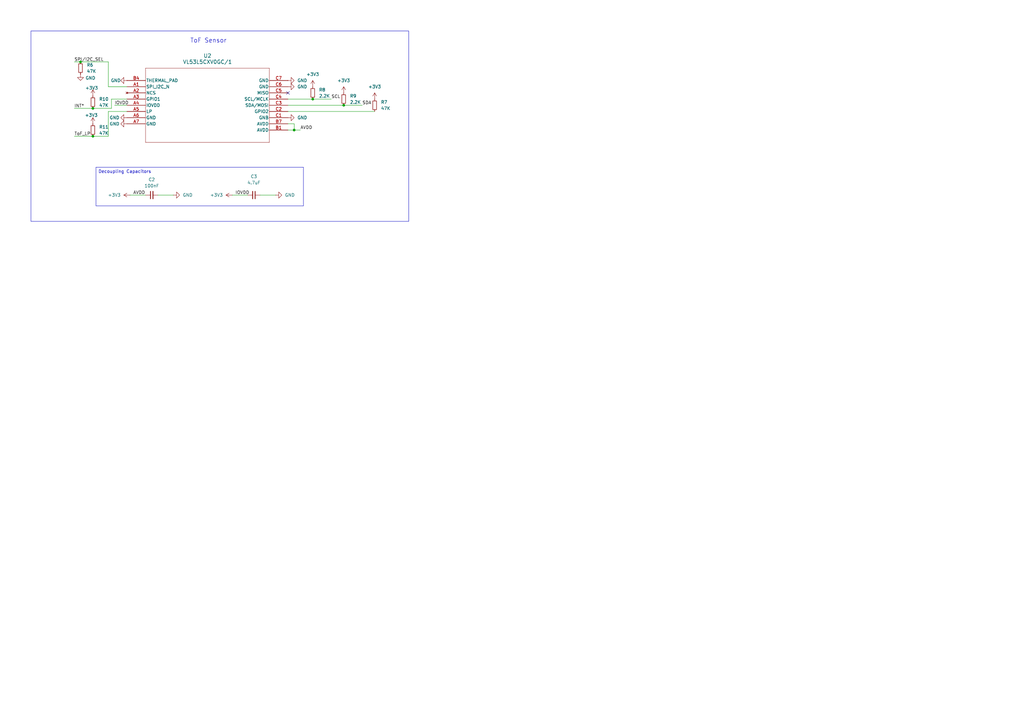
<source format=kicad_sch>
(kicad_sch (version 20250114) (generator "eeschema") (generator_version "9.0")
  (paper "A3")
  (lib_symbols
    (symbol "Device:C_Small" (pin_numbers (hide yes)) (pin_names (offset 0.254) (hide yes))
      (property "Reference" "C" (at 0.254 1.778 0))
      (property "Value" "C_Small" (at 0.254 -2.032 0))
      (symbol "C_Small_0_1"
        (polyline (pts (xy -1.524 0.508) (xy 1.524 0.508)) (stroke (width 0.3048)))
        (polyline (pts (xy -1.524 -0.508) (xy 1.524 -0.508)) (stroke (width 0.3302)))
      )
      (symbol "C_Small_1_1"
        (pin passive line (at 0 2.54 270) (length 2.032) (name "~") (number "1"))
        (pin passive line (at 0 -2.54 90) (length 2.032) (name "~") (number "2"))
      )
    )
    (symbol "Device:R_Small" (pin_numbers (hide yes)) (pin_names (offset 0.254) (hide yes))
      (property "Reference" "R" (at 0.762 0.508 0))
      (property "Value" "R_Small" (at 0.762 -1.016 0))
      (symbol "R_Small_0_1"
        (rectangle (start -0.762 1.778) (end 0.762 -1.778) (stroke (width 0.2032)))
      )
      (symbol "R_Small_1_1"
        (pin passive line (at 0 2.54 270) (length 0.762) (name "~") (number "1"))
        (pin passive line (at 0 -2.54 90) (length 0.762) (name "~") (number "2"))
      )
    )
    (symbol "Sensor_Distance:VL53L5CXV0GC_1" (pin_names (offset 0.254))
      (property "Reference" "U" (at 33.02 10.16 0))
      (property "Value" "VL53L5CXV0GC/1" (at 33.02 7.62 0))
      (symbol "VL53L5CXV0GC_1_0_1"
        (polyline (pts (xy 7.62 5.08) (xy 7.62 -25.4)) (stroke (width 0.127)))
        (polyline (pts (xy 7.62 -25.4) (xy 58.42 -25.4)) (stroke (width 0.127)))
        (polyline (pts (xy 58.42 5.08) (xy 7.62 5.08)) (stroke (width 0.127)))
        (polyline (pts (xy 58.42 -25.4) (xy 58.42 5.08)) (stroke (width 0.127)))
        (pin unspecified line (at 0 0 0) (length 7.62) (name "THERMAL_PAD") (number "B4"))
        (pin unspecified line (at 0 -2.54 0) (length 7.62) (name "SPI_I2C_N") (number "A1"))
        (pin no_connect line (at 0 -5.08 0) (length 7.62) (name "NCS") (number "A2"))
        (pin bidirectional line (at 0 -7.62 0) (length 7.62) (name "GPIO1") (number "A3"))
        (pin power_in line (at 0 -10.16 0) (length 7.62) (name "IOVDD") (number "A4"))
        (pin unspecified line (at 0 -12.7 0) (length 7.62) (name "LP") (number "A5"))
        (pin power_out line (at 0 -15.24 0) (length 7.62) (name "GND") (number "A6"))
        (pin power_out line (at 0 -17.78 0) (length 7.62) (name "GND") (number "A7"))
        (pin power_out line (at 66.04 0 180) (length 7.62) (name "GND") (number "C7"))
        (pin power_out line (at 66.04 -2.54 180) (length 7.62) (name "GND") (number "C6"))
        (pin unspecified line (at 66.04 -5.08 180) (length 7.62) (name "MISO") (number "C5"))
        (pin unspecified line (at 66.04 -7.62 180) (length 7.62) (name "SCL/MCLK") (number "C4"))
        (pin unspecified line (at 66.04 -10.16 180) (length 7.62) (name "SDA/MOSI") (number "C3"))
        (pin bidirectional line (at 66.04 -12.7 180) (length 7.62) (name "GPIO2") (number "C2"))
        (pin unspecified line (at 66.04 -15.24 180) (length 7.62) (name "GNB") (number "C1"))
        (pin power_in line (at 66.04 -17.78 180) (length 7.62) (name "AVDD") (number "B7"))
        (pin power_in line (at 66.04 -20.32 180) (length 7.62) (name "AVDD") (number "B1"))
      )
    )
    (symbol "power:+3V3" (power) (pin_numbers (hide yes)) (pin_names (offset 0) (hide yes))
      (property "Value" "+3V3" (at 0 3.556 0))
      (symbol "+3V3_0_1"
        (polyline (pts (xy -0.762 1.27) (xy 0 2.54)))
        (polyline (pts (xy 0 2.54) (xy 0.762 1.27)))
        (polyline (pts (xy 0 0) (xy 0 2.54)))
      )
      (symbol "+3V3_1_1"
        (pin power_in line (at 0 0 90) (length 0) (name "~") (number "1"))
      )
    )
    (symbol "power:GND" (power) (pin_numbers (hide yes)) (pin_names (offset 0) (hide yes))
      (property "Value" "GND" (at 0 -3.81 0))
      (symbol "GND_0_1"
        (polyline (pts (xy 0 0) (xy 0 -1.27) (xy 1.27 -1.27) (xy 0 -2.54) (xy -1.27 -1.27) (xy 0 -1.27)))
      )
      (symbol "GND_1_1"
        (pin power_in line (at 0 0 270) (length 0) (name "~") (number "1"))
      )
    )
  )
  (rectangle (start 12.7 12.7) (end 167.64 90.805))
  (text "ToF Sensor" (at 77.978 16.764 0) (effects (font (size 1.778 1.778)) (justify left)))
  (text_box "Decoupling Capacitors\n" (at 39.37 68.58 0) (size 85.09 15.875) (margins 0.9525 0.9525 0.9525 0.9525) (effects (font (size 1.27 1.27)) (justify left top)))
  (junction (at 33.02 25.4))
  (junction (at 120.65 53.34))
  (junction (at 140.97 43.18))
  (junction (at 128.27 40.64))
  (junction (at 38.1 44.45))
  (junction (at 38.1 55.88))
  (no_connect (at 118.11 38.1))
  (wire (pts (xy 120.65 53.34) (xy 118.11 53.34)))
  (wire (pts (xy 118.11 50.8) (xy 120.65 50.8)))
  (wire (pts (xy 120.65 53.34) (xy 123.19 53.34)))
  (wire (pts (xy 52.07 45.72) (xy 44.45 45.72)))
  (wire (pts (xy 45.72 44.45) (xy 45.72 40.64)))
  (wire (pts (xy 38.1 55.88) (xy 44.45 55.88)))
  (wire (pts (xy 45.72 40.64) (xy 52.07 40.64)))
  (wire (pts (xy 38.1 44.45) (xy 45.72 44.45)))
  (wire (pts (xy 95.25 80.01) (xy 101.6 80.01)))
  (wire (pts (xy 120.65 50.8) (xy 120.65 53.34)))
  (wire (pts (xy 106.68 80.01) (xy 113.03 80.01)))
  (wire (pts (xy 30.48 55.88) (xy 38.1 55.88)))
  (wire (pts (xy 118.11 45.72) (xy 153.67 45.72)))
  (wire (pts (xy 33.02 25.4) (xy 44.45 25.4)))
  (wire (pts (xy 53.34 80.01) (xy 59.69 80.01)))
  (wire (pts (xy 30.48 25.4) (xy 33.02 25.4)))
  (wire (pts (xy 30.48 44.45) (xy 38.1 44.45)))
  (wire (pts (xy 64.77 80.01) (xy 71.12 80.01)))
  (wire (pts (xy 44.45 45.72) (xy 44.45 55.88)))
  (wire (pts (xy 44.45 35.56) (xy 52.07 35.56)))
  (wire (pts (xy 118.11 43.18) (xy 140.97 43.18)))
  (wire (pts (xy 118.11 40.64) (xy 128.27 40.64)))
  (wire (pts (xy 140.97 43.18) (xy 148.59 43.18)))
  (wire (pts (xy 128.27 40.64) (xy 135.89 40.64)))
  (wire (pts (xy 46.99 43.18) (xy 52.07 43.18)))
  (wire (pts (xy 44.45 25.4) (xy 44.45 35.56)))
  (label "SPI{slash}I2C_SEL" (at 30.48 25.4 0))
  (label "AVDD" (at 123.19 53.34 0))
  (label "IOVDD" (at 46.99 43.18 0))
  (label "SDA" (at 148.59 43.18 0))
  (label "SCL" (at 135.89 40.64 0))
  (label "INT*" (at 30.48 44.45 0))
  (label "AVDD" (at 54.61 80.01 0))
  (label "IOVDD" (at 96.52 80.01 0))
  (label "ToF_LP" (at 30.48 55.88 0))
  (symbol (lib_id "power:+3V3") (at 95.25 80.01 90) (unit 1)
    (property "Reference" "#PWR033" (effects (hide yes)))
    (property "Value" "+3V3" (at 91.44 80.0099 90) (effects (justify left)))
    (property "Description" "Power symbol creates a global label with name \"+3V3\"" (effects (hide yes)))
  )
  (symbol (lib_id "Device:R_Small") (at 153.67 43.18 180) (unit 1)
    (property "Reference" "R7" (at 156.21 41.9099 0) (effects (justify right)))
    (property "Value" "47K" (at 156.21 44.4499 0) (effects (justify right)))
    (property "Footprint" "Resistor_SMD:R_0603_1608Metric" (effects (hide yes)))
    (property "Description" "Resistor, small symbol" (effects (hide yes)))
  )
  (symbol (lib_id "Sensor_Distance:VL53L5CXV0GC_1") (at 52.07 33.02 0) (unit 1)
    (property "Reference" "U2" (at 85.09 22.86 0) (effects (font (size 1.524 1.524))))
    (property "Value" "VL53L5CXV0GC/1" (at 85.09 25.4 0) (effects (font (size 1.524 1.524))))
    (property "Footprint" "LGA_CXV0GC/1_STM:LGA_CXV0GC&slash_1_STM" (effects (hide yes)))
    (property "Datasheet" "VL53L5CXV0GC/1" (effects (hide yes)))
  )
  (symbol (lib_id "power:GND") (at 118.11 33.02 90) (unit 1)
    (property "Reference" "#PWR011" (effects (hide yes)))
    (property "Value" "GND" (at 121.92 33.0199 90) (effects (justify right)))
    (property "Description" "Power symbol creates a global label with name \"GND\" , ground" (effects (hide yes)))
  )
  (symbol (lib_id "power:GND") (at 52.07 48.26 270) (unit 1)
    (property "Reference" "#PWR021" (effects (hide yes)))
    (property "Value" "GND" (at 49.022 48.26 90) (effects (justify right)))
    (property "Description" "Power symbol creates a global label with name \"GND\" , ground" (effects (hide yes)))
  )
  (symbol (lib_id "Device:R_Small") (at 38.1 41.91 0) (unit 1)
    (property "Reference" "R10" (at 40.64 40.6399 0) (effects (justify left)))
    (property "Value" "47K" (at 40.64 43.1799 0) (effects (justify left)))
    (property "Footprint" "Resistor_SMD:R_0603_1608Metric" (effects (hide yes)))
    (property "Description" "Resistor, small symbol" (effects (hide yes)))
  )
  (symbol (lib_id "power:GND") (at 52.07 50.8 270) (unit 1)
    (property "Reference" "#PWR026" (effects (hide yes)))
    (property "Value" "GND" (at 49.022 50.8 90) (effects (justify right)))
    (property "Description" "Power symbol creates a global label with name \"GND\" , ground" (effects (hide yes)))
  )
  (symbol (lib_id "power:+3V3") (at 53.34 80.01 90) (unit 1)
    (property "Reference" "#PWR032" (effects (hide yes)))
    (property "Value" "+3V3" (at 49.53 80.0099 90) (effects (justify left)))
    (property "Description" "Power symbol creates a global label with name \"+3V3\"" (effects (hide yes)))
  )
  (symbol (lib_id "Device:R_Small") (at 128.27 38.1 0) (unit 1)
    (property "Reference" "R8" (at 130.81 36.8299 0) (effects (justify left)))
    (property "Value" "2.2K" (at 130.81 39.3699 0) (effects (justify left)))
    (property "Footprint" "Resistor_SMD:R_0603_1608Metric" (effects (hide yes)))
    (property "Description" "Resistor, small symbol" (effects (hide yes)))
  )
  (symbol (lib_id "Device:C_Small") (at 104.14 80.01 270) (unit 1)
    (property "Reference" "C3" (at 104.14 72.39 90))
    (property "Value" "4.7uF" (at 104.14 74.93 90))
    (property "Footprint" "Capacitor_SMD:C_0603_1608Metric" (effects (hide yes)))
    (property "Description" "Unpolarized capacitor, small symbol" (effects (hide yes)))
  )
  (symbol (lib_id "power:+3V3") (at 38.1 50.8 0) (unit 1)
    (property "Reference" "#PWR038" (effects (hide yes)))
    (property "Value" "+3V3" (at 34.798 47.244 0) (effects (justify left)))
    (property "Description" "Power symbol creates a global label with name \"+3V3\"" (effects (hide yes)))
  )
  (symbol (lib_id "power:+3V3") (at 38.1 39.37 0) (unit 1)
    (property "Reference" "#PWR037" (effects (hide yes)))
    (property "Value" "+3V3" (at 37.592 36.068 0))
    (property "Description" "Power symbol creates a global label with name \"+3V3\"" (effects (hide yes)))
  )
  (symbol (lib_id "power:GND") (at 71.12 80.01 90) (unit 1)
    (property "Reference" "#PWR030" (effects (hide yes)))
    (property "Value" "GND" (at 74.93 80.0099 90) (effects (justify right)))
    (property "Description" "Power symbol creates a global label with name \"GND\" , ground" (effects (hide yes)))
  )
  (symbol (lib_id "power:GND") (at 52.07 33.02 270) (unit 1)
    (property "Reference" "#PWR012" (effects (hide yes)))
    (property "Value" "GND" (at 49.53 33.02 90) (effects (justify right)))
    (property "Description" "Power symbol creates a global label with name \"GND\" , ground" (effects (hide yes)))
  )
  (symbol (lib_id "Device:C_Small") (at 62.23 80.01 90) (unit 1)
    (property "Reference" "C2" (at 62.2363 73.66 90))
    (property "Value" "100nF" (at 62.2363 76.2 90))
    (property "Footprint" "Capacitor_SMD:C_0603_1608Metric" (effects (hide yes)))
    (property "Description" "Unpolarized capacitor, small symbol" (effects (hide yes)))
  )
  (symbol (lib_id "power:GND") (at 113.03 80.01 90) (unit 1)
    (property "Reference" "#PWR031" (effects (hide yes)))
    (property "Value" "GND" (at 116.84 80.0099 90) (effects (justify right)))
    (property "Description" "Power symbol creates a global label with name \"GND\" , ground" (effects (hide yes)))
  )
  (symbol (lib_id "power:+3V3") (at 140.97 38.1 0) (unit 1)
    (property "Reference" "#PWR035" (effects (hide yes)))
    (property "Value" "+3V3" (at 140.97 33.02 0))
    (property "Description" "Power symbol creates a global label with name \"+3V3\"" (effects (hide yes)))
  )
  (symbol (lib_id "Device:R_Small") (at 33.02 27.94 180) (unit 1)
    (property "Reference" "R6" (at 35.56 26.6699 0) (effects (justify right)))
    (property "Value" "47K" (at 35.56 29.2099 0) (effects (justify right)))
    (property "Footprint" "Resistor_SMD:R_0603_1608Metric" (effects (hide yes)))
    (property "Description" "Resistor, small symbol" (effects (hide yes)))
  )
  (symbol (lib_id "power:GND") (at 33.02 30.48 0) (unit 1)
    (property "Reference" "#PWR013" (effects (hide yes)))
    (property "Value" "GND" (at 35.052 32.004 0) (effects (justify left)))
    (property "Description" "Power symbol creates a global label with name \"GND\" , ground" (effects (hide yes)))
  )
  (symbol (lib_id "power:GND") (at 118.11 48.26 90) (unit 1)
    (property "Reference" "#PWR010" (effects (hide yes)))
    (property "Value" "GND" (at 121.92 48.2599 90) (effects (justify right)))
    (property "Description" "Power symbol creates a global label with name \"GND\" , ground" (effects (hide yes)))
  )
  (symbol (lib_id "power:GND") (at 118.11 35.56 90) (unit 1)
    (property "Reference" "#PWR027" (effects (hide yes)))
    (property "Value" "GND" (at 121.92 35.5599 90) (effects (justify right)))
    (property "Description" "Power symbol creates a global label with name \"GND\" , ground" (effects (hide yes)))
  )
  (symbol (lib_id "power:+3V3") (at 128.27 35.56 0) (unit 1)
    (property "Reference" "#PWR034" (effects (hide yes)))
    (property "Value" "+3V3" (at 128.27 30.48 0))
    (property "Description" "Power symbol creates a global label with name \"+3V3\"" (effects (hide yes)))
  )
  (symbol (lib_id "Device:R_Small") (at 38.1 53.34 180) (unit 1)
    (property "Reference" "R11" (at 40.64 52.0699 0) (effects (justify right)))
    (property "Value" "47K" (at 40.64 54.6099 0) (effects (justify right)))
    (property "Footprint" "Resistor_SMD:R_0603_1608Metric" (effects (hide yes)))
    (property "Description" "Resistor, small symbol" (effects (hide yes)))
  )
  (symbol (lib_id "power:+3V3") (at 153.67 40.64 0) (unit 1)
    (property "Reference" "#PWR036" (effects (hide yes)))
    (property "Value" "+3V3" (at 153.67 35.56 0))
    (property "Description" "Power symbol creates a global label with name \"+3V3\"" (effects (hide yes)))
  )
  (symbol (lib_id "Device:R_Small") (at 140.97 40.64 0) (unit 1)
    (property "Reference" "R9" (at 143.51 39.3699 0) (effects (justify left)))
    (property "Value" "2.2K" (at 143.51 41.9099 0) (effects (justify left)))
    (property "Footprint" "Resistor_SMD:R_0603_1608Metric" (effects (hide yes)))
    (property "Description" "Resistor, small symbol" (effects (hide yes)))
  )
)
</source>
